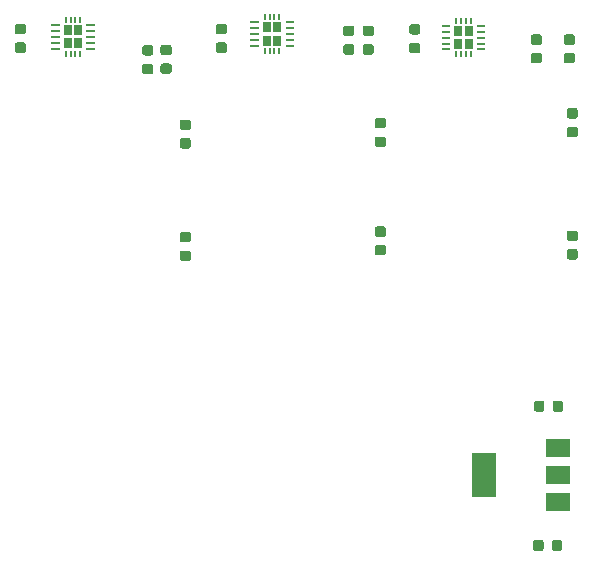
<source format=gbr>
G04 #@! TF.GenerationSoftware,KiCad,Pcbnew,(5.0.1)-3*
G04 #@! TF.CreationDate,2021-02-08T17:12:00-05:00*
G04 #@! TF.ProjectId,fpga_esc,667067615F6573632E6B696361645F70,rev?*
G04 #@! TF.SameCoordinates,Original*
G04 #@! TF.FileFunction,Paste,Top*
G04 #@! TF.FilePolarity,Positive*
%FSLAX46Y46*%
G04 Gerber Fmt 4.6, Leading zero omitted, Abs format (unit mm)*
G04 Created by KiCad (PCBNEW (5.0.1)-3) date 2021-02-08 5:12:00 PM*
%MOMM*%
%LPD*%
G01*
G04 APERTURE LIST*
%ADD10C,0.100000*%
%ADD11C,0.875000*%
%ADD12R,0.150000X0.600000*%
%ADD13O,0.800000X0.230000*%
%ADD14R,0.230000X0.230000*%
%ADD15R,0.650000X0.900000*%
%ADD16R,0.230000X0.600000*%
%ADD17R,2.000000X3.800000*%
%ADD18R,2.000000X1.500000*%
G04 APERTURE END LIST*
D10*
G04 #@! TO.C,C4*
G36*
X158519691Y-53310053D02*
X158540926Y-53313203D01*
X158561750Y-53318419D01*
X158581962Y-53325651D01*
X158601368Y-53334830D01*
X158619781Y-53345866D01*
X158637024Y-53358654D01*
X158652930Y-53373070D01*
X158667346Y-53388976D01*
X158680134Y-53406219D01*
X158691170Y-53424632D01*
X158700349Y-53444038D01*
X158707581Y-53464250D01*
X158712797Y-53485074D01*
X158715947Y-53506309D01*
X158717000Y-53527750D01*
X158717000Y-53965250D01*
X158715947Y-53986691D01*
X158712797Y-54007926D01*
X158707581Y-54028750D01*
X158700349Y-54048962D01*
X158691170Y-54068368D01*
X158680134Y-54086781D01*
X158667346Y-54104024D01*
X158652930Y-54119930D01*
X158637024Y-54134346D01*
X158619781Y-54147134D01*
X158601368Y-54158170D01*
X158581962Y-54167349D01*
X158561750Y-54174581D01*
X158540926Y-54179797D01*
X158519691Y-54182947D01*
X158498250Y-54184000D01*
X157985750Y-54184000D01*
X157964309Y-54182947D01*
X157943074Y-54179797D01*
X157922250Y-54174581D01*
X157902038Y-54167349D01*
X157882632Y-54158170D01*
X157864219Y-54147134D01*
X157846976Y-54134346D01*
X157831070Y-54119930D01*
X157816654Y-54104024D01*
X157803866Y-54086781D01*
X157792830Y-54068368D01*
X157783651Y-54048962D01*
X157776419Y-54028750D01*
X157771203Y-54007926D01*
X157768053Y-53986691D01*
X157767000Y-53965250D01*
X157767000Y-53527750D01*
X157768053Y-53506309D01*
X157771203Y-53485074D01*
X157776419Y-53464250D01*
X157783651Y-53444038D01*
X157792830Y-53424632D01*
X157803866Y-53406219D01*
X157816654Y-53388976D01*
X157831070Y-53373070D01*
X157846976Y-53358654D01*
X157864219Y-53345866D01*
X157882632Y-53334830D01*
X157902038Y-53325651D01*
X157922250Y-53318419D01*
X157943074Y-53313203D01*
X157964309Y-53310053D01*
X157985750Y-53309000D01*
X158498250Y-53309000D01*
X158519691Y-53310053D01*
X158519691Y-53310053D01*
G37*
D11*
X158242000Y-53746500D03*
D10*
G36*
X158519691Y-51735053D02*
X158540926Y-51738203D01*
X158561750Y-51743419D01*
X158581962Y-51750651D01*
X158601368Y-51759830D01*
X158619781Y-51770866D01*
X158637024Y-51783654D01*
X158652930Y-51798070D01*
X158667346Y-51813976D01*
X158680134Y-51831219D01*
X158691170Y-51849632D01*
X158700349Y-51869038D01*
X158707581Y-51889250D01*
X158712797Y-51910074D01*
X158715947Y-51931309D01*
X158717000Y-51952750D01*
X158717000Y-52390250D01*
X158715947Y-52411691D01*
X158712797Y-52432926D01*
X158707581Y-52453750D01*
X158700349Y-52473962D01*
X158691170Y-52493368D01*
X158680134Y-52511781D01*
X158667346Y-52529024D01*
X158652930Y-52544930D01*
X158637024Y-52559346D01*
X158619781Y-52572134D01*
X158601368Y-52583170D01*
X158581962Y-52592349D01*
X158561750Y-52599581D01*
X158540926Y-52604797D01*
X158519691Y-52607947D01*
X158498250Y-52609000D01*
X157985750Y-52609000D01*
X157964309Y-52607947D01*
X157943074Y-52604797D01*
X157922250Y-52599581D01*
X157902038Y-52592349D01*
X157882632Y-52583170D01*
X157864219Y-52572134D01*
X157846976Y-52559346D01*
X157831070Y-52544930D01*
X157816654Y-52529024D01*
X157803866Y-52511781D01*
X157792830Y-52493368D01*
X157783651Y-52473962D01*
X157776419Y-52453750D01*
X157771203Y-52432926D01*
X157768053Y-52411691D01*
X157767000Y-52390250D01*
X157767000Y-51952750D01*
X157768053Y-51931309D01*
X157771203Y-51910074D01*
X157776419Y-51889250D01*
X157783651Y-51869038D01*
X157792830Y-51849632D01*
X157803866Y-51831219D01*
X157816654Y-51813976D01*
X157831070Y-51798070D01*
X157846976Y-51783654D01*
X157864219Y-51770866D01*
X157882632Y-51759830D01*
X157902038Y-51750651D01*
X157922250Y-51743419D01*
X157943074Y-51738203D01*
X157964309Y-51735053D01*
X157985750Y-51734000D01*
X158498250Y-51734000D01*
X158519691Y-51735053D01*
X158519691Y-51735053D01*
G37*
D11*
X158242000Y-52171500D03*
G04 #@! TD*
D10*
G04 #@! TO.C,C7*
G36*
X145438691Y-50871553D02*
X145459926Y-50874703D01*
X145480750Y-50879919D01*
X145500962Y-50887151D01*
X145520368Y-50896330D01*
X145538781Y-50907366D01*
X145556024Y-50920154D01*
X145571930Y-50934570D01*
X145586346Y-50950476D01*
X145599134Y-50967719D01*
X145610170Y-50986132D01*
X145619349Y-51005538D01*
X145626581Y-51025750D01*
X145631797Y-51046574D01*
X145634947Y-51067809D01*
X145636000Y-51089250D01*
X145636000Y-51526750D01*
X145634947Y-51548191D01*
X145631797Y-51569426D01*
X145626581Y-51590250D01*
X145619349Y-51610462D01*
X145610170Y-51629868D01*
X145599134Y-51648281D01*
X145586346Y-51665524D01*
X145571930Y-51681430D01*
X145556024Y-51695846D01*
X145538781Y-51708634D01*
X145520368Y-51719670D01*
X145500962Y-51728849D01*
X145480750Y-51736081D01*
X145459926Y-51741297D01*
X145438691Y-51744447D01*
X145417250Y-51745500D01*
X144904750Y-51745500D01*
X144883309Y-51744447D01*
X144862074Y-51741297D01*
X144841250Y-51736081D01*
X144821038Y-51728849D01*
X144801632Y-51719670D01*
X144783219Y-51708634D01*
X144765976Y-51695846D01*
X144750070Y-51681430D01*
X144735654Y-51665524D01*
X144722866Y-51648281D01*
X144711830Y-51629868D01*
X144702651Y-51610462D01*
X144695419Y-51590250D01*
X144690203Y-51569426D01*
X144687053Y-51548191D01*
X144686000Y-51526750D01*
X144686000Y-51089250D01*
X144687053Y-51067809D01*
X144690203Y-51046574D01*
X144695419Y-51025750D01*
X144702651Y-51005538D01*
X144711830Y-50986132D01*
X144722866Y-50967719D01*
X144735654Y-50950476D01*
X144750070Y-50934570D01*
X144765976Y-50920154D01*
X144783219Y-50907366D01*
X144801632Y-50896330D01*
X144821038Y-50887151D01*
X144841250Y-50879919D01*
X144862074Y-50874703D01*
X144883309Y-50871553D01*
X144904750Y-50870500D01*
X145417250Y-50870500D01*
X145438691Y-50871553D01*
X145438691Y-50871553D01*
G37*
D11*
X145161000Y-51308000D03*
D10*
G36*
X145438691Y-52446553D02*
X145459926Y-52449703D01*
X145480750Y-52454919D01*
X145500962Y-52462151D01*
X145520368Y-52471330D01*
X145538781Y-52482366D01*
X145556024Y-52495154D01*
X145571930Y-52509570D01*
X145586346Y-52525476D01*
X145599134Y-52542719D01*
X145610170Y-52561132D01*
X145619349Y-52580538D01*
X145626581Y-52600750D01*
X145631797Y-52621574D01*
X145634947Y-52642809D01*
X145636000Y-52664250D01*
X145636000Y-53101750D01*
X145634947Y-53123191D01*
X145631797Y-53144426D01*
X145626581Y-53165250D01*
X145619349Y-53185462D01*
X145610170Y-53204868D01*
X145599134Y-53223281D01*
X145586346Y-53240524D01*
X145571930Y-53256430D01*
X145556024Y-53270846D01*
X145538781Y-53283634D01*
X145520368Y-53294670D01*
X145500962Y-53303849D01*
X145480750Y-53311081D01*
X145459926Y-53316297D01*
X145438691Y-53319447D01*
X145417250Y-53320500D01*
X144904750Y-53320500D01*
X144883309Y-53319447D01*
X144862074Y-53316297D01*
X144841250Y-53311081D01*
X144821038Y-53303849D01*
X144801632Y-53294670D01*
X144783219Y-53283634D01*
X144765976Y-53270846D01*
X144750070Y-53256430D01*
X144735654Y-53240524D01*
X144722866Y-53223281D01*
X144711830Y-53204868D01*
X144702651Y-53185462D01*
X144695419Y-53165250D01*
X144690203Y-53144426D01*
X144687053Y-53123191D01*
X144686000Y-53101750D01*
X144686000Y-52664250D01*
X144687053Y-52642809D01*
X144690203Y-52621574D01*
X144695419Y-52600750D01*
X144702651Y-52580538D01*
X144711830Y-52561132D01*
X144722866Y-52542719D01*
X144735654Y-52525476D01*
X144750070Y-52509570D01*
X144765976Y-52495154D01*
X144783219Y-52482366D01*
X144801632Y-52471330D01*
X144821038Y-52462151D01*
X144841250Y-52454919D01*
X144862074Y-52449703D01*
X144883309Y-52446553D01*
X144904750Y-52445500D01*
X145417250Y-52445500D01*
X145438691Y-52446553D01*
X145438691Y-52446553D01*
G37*
D11*
X145161000Y-52883000D03*
G04 #@! TD*
D10*
G04 #@! TO.C,C2*
G36*
X139850691Y-50998553D02*
X139871926Y-51001703D01*
X139892750Y-51006919D01*
X139912962Y-51014151D01*
X139932368Y-51023330D01*
X139950781Y-51034366D01*
X139968024Y-51047154D01*
X139983930Y-51061570D01*
X139998346Y-51077476D01*
X140011134Y-51094719D01*
X140022170Y-51113132D01*
X140031349Y-51132538D01*
X140038581Y-51152750D01*
X140043797Y-51173574D01*
X140046947Y-51194809D01*
X140048000Y-51216250D01*
X140048000Y-51653750D01*
X140046947Y-51675191D01*
X140043797Y-51696426D01*
X140038581Y-51717250D01*
X140031349Y-51737462D01*
X140022170Y-51756868D01*
X140011134Y-51775281D01*
X139998346Y-51792524D01*
X139983930Y-51808430D01*
X139968024Y-51822846D01*
X139950781Y-51835634D01*
X139932368Y-51846670D01*
X139912962Y-51855849D01*
X139892750Y-51863081D01*
X139871926Y-51868297D01*
X139850691Y-51871447D01*
X139829250Y-51872500D01*
X139316750Y-51872500D01*
X139295309Y-51871447D01*
X139274074Y-51868297D01*
X139253250Y-51863081D01*
X139233038Y-51855849D01*
X139213632Y-51846670D01*
X139195219Y-51835634D01*
X139177976Y-51822846D01*
X139162070Y-51808430D01*
X139147654Y-51792524D01*
X139134866Y-51775281D01*
X139123830Y-51756868D01*
X139114651Y-51737462D01*
X139107419Y-51717250D01*
X139102203Y-51696426D01*
X139099053Y-51675191D01*
X139098000Y-51653750D01*
X139098000Y-51216250D01*
X139099053Y-51194809D01*
X139102203Y-51173574D01*
X139107419Y-51152750D01*
X139114651Y-51132538D01*
X139123830Y-51113132D01*
X139134866Y-51094719D01*
X139147654Y-51077476D01*
X139162070Y-51061570D01*
X139177976Y-51047154D01*
X139195219Y-51034366D01*
X139213632Y-51023330D01*
X139233038Y-51014151D01*
X139253250Y-51006919D01*
X139274074Y-51001703D01*
X139295309Y-50998553D01*
X139316750Y-50997500D01*
X139829250Y-50997500D01*
X139850691Y-50998553D01*
X139850691Y-50998553D01*
G37*
D11*
X139573000Y-51435000D03*
D10*
G36*
X139850691Y-52573553D02*
X139871926Y-52576703D01*
X139892750Y-52581919D01*
X139912962Y-52589151D01*
X139932368Y-52598330D01*
X139950781Y-52609366D01*
X139968024Y-52622154D01*
X139983930Y-52636570D01*
X139998346Y-52652476D01*
X140011134Y-52669719D01*
X140022170Y-52688132D01*
X140031349Y-52707538D01*
X140038581Y-52727750D01*
X140043797Y-52748574D01*
X140046947Y-52769809D01*
X140048000Y-52791250D01*
X140048000Y-53228750D01*
X140046947Y-53250191D01*
X140043797Y-53271426D01*
X140038581Y-53292250D01*
X140031349Y-53312462D01*
X140022170Y-53331868D01*
X140011134Y-53350281D01*
X139998346Y-53367524D01*
X139983930Y-53383430D01*
X139968024Y-53397846D01*
X139950781Y-53410634D01*
X139932368Y-53421670D01*
X139912962Y-53430849D01*
X139892750Y-53438081D01*
X139871926Y-53443297D01*
X139850691Y-53446447D01*
X139829250Y-53447500D01*
X139316750Y-53447500D01*
X139295309Y-53446447D01*
X139274074Y-53443297D01*
X139253250Y-53438081D01*
X139233038Y-53430849D01*
X139213632Y-53421670D01*
X139195219Y-53410634D01*
X139177976Y-53397846D01*
X139162070Y-53383430D01*
X139147654Y-53367524D01*
X139134866Y-53350281D01*
X139123830Y-53331868D01*
X139114651Y-53312462D01*
X139107419Y-53292250D01*
X139102203Y-53271426D01*
X139099053Y-53250191D01*
X139098000Y-53228750D01*
X139098000Y-52791250D01*
X139099053Y-52769809D01*
X139102203Y-52748574D01*
X139107419Y-52727750D01*
X139114651Y-52707538D01*
X139123830Y-52688132D01*
X139134866Y-52669719D01*
X139147654Y-52652476D01*
X139162070Y-52636570D01*
X139177976Y-52622154D01*
X139195219Y-52609366D01*
X139213632Y-52598330D01*
X139233038Y-52589151D01*
X139253250Y-52581919D01*
X139274074Y-52576703D01*
X139295309Y-52573553D01*
X139316750Y-52572500D01*
X139829250Y-52572500D01*
X139850691Y-52573553D01*
X139850691Y-52573553D01*
G37*
D11*
X139573000Y-53010000D03*
G04 #@! TD*
D10*
G04 #@! TO.C,C1*
G36*
X155725691Y-51735053D02*
X155746926Y-51738203D01*
X155767750Y-51743419D01*
X155787962Y-51750651D01*
X155807368Y-51759830D01*
X155825781Y-51770866D01*
X155843024Y-51783654D01*
X155858930Y-51798070D01*
X155873346Y-51813976D01*
X155886134Y-51831219D01*
X155897170Y-51849632D01*
X155906349Y-51869038D01*
X155913581Y-51889250D01*
X155918797Y-51910074D01*
X155921947Y-51931309D01*
X155923000Y-51952750D01*
X155923000Y-52390250D01*
X155921947Y-52411691D01*
X155918797Y-52432926D01*
X155913581Y-52453750D01*
X155906349Y-52473962D01*
X155897170Y-52493368D01*
X155886134Y-52511781D01*
X155873346Y-52529024D01*
X155858930Y-52544930D01*
X155843024Y-52559346D01*
X155825781Y-52572134D01*
X155807368Y-52583170D01*
X155787962Y-52592349D01*
X155767750Y-52599581D01*
X155746926Y-52604797D01*
X155725691Y-52607947D01*
X155704250Y-52609000D01*
X155191750Y-52609000D01*
X155170309Y-52607947D01*
X155149074Y-52604797D01*
X155128250Y-52599581D01*
X155108038Y-52592349D01*
X155088632Y-52583170D01*
X155070219Y-52572134D01*
X155052976Y-52559346D01*
X155037070Y-52544930D01*
X155022654Y-52529024D01*
X155009866Y-52511781D01*
X154998830Y-52493368D01*
X154989651Y-52473962D01*
X154982419Y-52453750D01*
X154977203Y-52432926D01*
X154974053Y-52411691D01*
X154973000Y-52390250D01*
X154973000Y-51952750D01*
X154974053Y-51931309D01*
X154977203Y-51910074D01*
X154982419Y-51889250D01*
X154989651Y-51869038D01*
X154998830Y-51849632D01*
X155009866Y-51831219D01*
X155022654Y-51813976D01*
X155037070Y-51798070D01*
X155052976Y-51783654D01*
X155070219Y-51770866D01*
X155088632Y-51759830D01*
X155108038Y-51750651D01*
X155128250Y-51743419D01*
X155149074Y-51738203D01*
X155170309Y-51735053D01*
X155191750Y-51734000D01*
X155704250Y-51734000D01*
X155725691Y-51735053D01*
X155725691Y-51735053D01*
G37*
D11*
X155448000Y-52171500D03*
D10*
G36*
X155725691Y-53310053D02*
X155746926Y-53313203D01*
X155767750Y-53318419D01*
X155787962Y-53325651D01*
X155807368Y-53334830D01*
X155825781Y-53345866D01*
X155843024Y-53358654D01*
X155858930Y-53373070D01*
X155873346Y-53388976D01*
X155886134Y-53406219D01*
X155897170Y-53424632D01*
X155906349Y-53444038D01*
X155913581Y-53464250D01*
X155918797Y-53485074D01*
X155921947Y-53506309D01*
X155923000Y-53527750D01*
X155923000Y-53965250D01*
X155921947Y-53986691D01*
X155918797Y-54007926D01*
X155913581Y-54028750D01*
X155906349Y-54048962D01*
X155897170Y-54068368D01*
X155886134Y-54086781D01*
X155873346Y-54104024D01*
X155858930Y-54119930D01*
X155843024Y-54134346D01*
X155825781Y-54147134D01*
X155807368Y-54158170D01*
X155787962Y-54167349D01*
X155767750Y-54174581D01*
X155746926Y-54179797D01*
X155725691Y-54182947D01*
X155704250Y-54184000D01*
X155191750Y-54184000D01*
X155170309Y-54182947D01*
X155149074Y-54179797D01*
X155128250Y-54174581D01*
X155108038Y-54167349D01*
X155088632Y-54158170D01*
X155070219Y-54147134D01*
X155052976Y-54134346D01*
X155037070Y-54119930D01*
X155022654Y-54104024D01*
X155009866Y-54086781D01*
X154998830Y-54068368D01*
X154989651Y-54048962D01*
X154982419Y-54028750D01*
X154977203Y-54007926D01*
X154974053Y-53986691D01*
X154973000Y-53965250D01*
X154973000Y-53527750D01*
X154974053Y-53506309D01*
X154977203Y-53485074D01*
X154982419Y-53464250D01*
X154989651Y-53444038D01*
X154998830Y-53424632D01*
X155009866Y-53406219D01*
X155022654Y-53388976D01*
X155037070Y-53373070D01*
X155052976Y-53358654D01*
X155070219Y-53345866D01*
X155088632Y-53334830D01*
X155108038Y-53325651D01*
X155128250Y-53318419D01*
X155149074Y-53313203D01*
X155170309Y-53310053D01*
X155191750Y-53309000D01*
X155704250Y-53309000D01*
X155725691Y-53310053D01*
X155725691Y-53310053D01*
G37*
D11*
X155448000Y-53746500D03*
G04 #@! TD*
D10*
G04 #@! TO.C,C3*
G36*
X122832691Y-52649553D02*
X122853926Y-52652703D01*
X122874750Y-52657919D01*
X122894962Y-52665151D01*
X122914368Y-52674330D01*
X122932781Y-52685366D01*
X122950024Y-52698154D01*
X122965930Y-52712570D01*
X122980346Y-52728476D01*
X122993134Y-52745719D01*
X123004170Y-52764132D01*
X123013349Y-52783538D01*
X123020581Y-52803750D01*
X123025797Y-52824574D01*
X123028947Y-52845809D01*
X123030000Y-52867250D01*
X123030000Y-53304750D01*
X123028947Y-53326191D01*
X123025797Y-53347426D01*
X123020581Y-53368250D01*
X123013349Y-53388462D01*
X123004170Y-53407868D01*
X122993134Y-53426281D01*
X122980346Y-53443524D01*
X122965930Y-53459430D01*
X122950024Y-53473846D01*
X122932781Y-53486634D01*
X122914368Y-53497670D01*
X122894962Y-53506849D01*
X122874750Y-53514081D01*
X122853926Y-53519297D01*
X122832691Y-53522447D01*
X122811250Y-53523500D01*
X122298750Y-53523500D01*
X122277309Y-53522447D01*
X122256074Y-53519297D01*
X122235250Y-53514081D01*
X122215038Y-53506849D01*
X122195632Y-53497670D01*
X122177219Y-53486634D01*
X122159976Y-53473846D01*
X122144070Y-53459430D01*
X122129654Y-53443524D01*
X122116866Y-53426281D01*
X122105830Y-53407868D01*
X122096651Y-53388462D01*
X122089419Y-53368250D01*
X122084203Y-53347426D01*
X122081053Y-53326191D01*
X122080000Y-53304750D01*
X122080000Y-52867250D01*
X122081053Y-52845809D01*
X122084203Y-52824574D01*
X122089419Y-52803750D01*
X122096651Y-52783538D01*
X122105830Y-52764132D01*
X122116866Y-52745719D01*
X122129654Y-52728476D01*
X122144070Y-52712570D01*
X122159976Y-52698154D01*
X122177219Y-52685366D01*
X122195632Y-52674330D01*
X122215038Y-52665151D01*
X122235250Y-52657919D01*
X122256074Y-52652703D01*
X122277309Y-52649553D01*
X122298750Y-52648500D01*
X122811250Y-52648500D01*
X122832691Y-52649553D01*
X122832691Y-52649553D01*
G37*
D11*
X122555000Y-53086000D03*
D10*
G36*
X122832691Y-54224553D02*
X122853926Y-54227703D01*
X122874750Y-54232919D01*
X122894962Y-54240151D01*
X122914368Y-54249330D01*
X122932781Y-54260366D01*
X122950024Y-54273154D01*
X122965930Y-54287570D01*
X122980346Y-54303476D01*
X122993134Y-54320719D01*
X123004170Y-54339132D01*
X123013349Y-54358538D01*
X123020581Y-54378750D01*
X123025797Y-54399574D01*
X123028947Y-54420809D01*
X123030000Y-54442250D01*
X123030000Y-54879750D01*
X123028947Y-54901191D01*
X123025797Y-54922426D01*
X123020581Y-54943250D01*
X123013349Y-54963462D01*
X123004170Y-54982868D01*
X122993134Y-55001281D01*
X122980346Y-55018524D01*
X122965930Y-55034430D01*
X122950024Y-55048846D01*
X122932781Y-55061634D01*
X122914368Y-55072670D01*
X122894962Y-55081849D01*
X122874750Y-55089081D01*
X122853926Y-55094297D01*
X122832691Y-55097447D01*
X122811250Y-55098500D01*
X122298750Y-55098500D01*
X122277309Y-55097447D01*
X122256074Y-55094297D01*
X122235250Y-55089081D01*
X122215038Y-55081849D01*
X122195632Y-55072670D01*
X122177219Y-55061634D01*
X122159976Y-55048846D01*
X122144070Y-55034430D01*
X122129654Y-55018524D01*
X122116866Y-55001281D01*
X122105830Y-54982868D01*
X122096651Y-54963462D01*
X122089419Y-54943250D01*
X122084203Y-54922426D01*
X122081053Y-54901191D01*
X122080000Y-54879750D01*
X122080000Y-54442250D01*
X122081053Y-54420809D01*
X122084203Y-54399574D01*
X122089419Y-54378750D01*
X122096651Y-54358538D01*
X122105830Y-54339132D01*
X122116866Y-54320719D01*
X122129654Y-54303476D01*
X122144070Y-54287570D01*
X122159976Y-54273154D01*
X122177219Y-54260366D01*
X122195632Y-54249330D01*
X122215038Y-54240151D01*
X122235250Y-54232919D01*
X122256074Y-54227703D01*
X122277309Y-54224553D01*
X122298750Y-54223500D01*
X122811250Y-54223500D01*
X122832691Y-54224553D01*
X122832691Y-54224553D01*
G37*
D11*
X122555000Y-54661000D03*
G04 #@! TD*
D10*
G04 #@! TO.C,C5*
G36*
X141501691Y-50998553D02*
X141522926Y-51001703D01*
X141543750Y-51006919D01*
X141563962Y-51014151D01*
X141583368Y-51023330D01*
X141601781Y-51034366D01*
X141619024Y-51047154D01*
X141634930Y-51061570D01*
X141649346Y-51077476D01*
X141662134Y-51094719D01*
X141673170Y-51113132D01*
X141682349Y-51132538D01*
X141689581Y-51152750D01*
X141694797Y-51173574D01*
X141697947Y-51194809D01*
X141699000Y-51216250D01*
X141699000Y-51653750D01*
X141697947Y-51675191D01*
X141694797Y-51696426D01*
X141689581Y-51717250D01*
X141682349Y-51737462D01*
X141673170Y-51756868D01*
X141662134Y-51775281D01*
X141649346Y-51792524D01*
X141634930Y-51808430D01*
X141619024Y-51822846D01*
X141601781Y-51835634D01*
X141583368Y-51846670D01*
X141563962Y-51855849D01*
X141543750Y-51863081D01*
X141522926Y-51868297D01*
X141501691Y-51871447D01*
X141480250Y-51872500D01*
X140967750Y-51872500D01*
X140946309Y-51871447D01*
X140925074Y-51868297D01*
X140904250Y-51863081D01*
X140884038Y-51855849D01*
X140864632Y-51846670D01*
X140846219Y-51835634D01*
X140828976Y-51822846D01*
X140813070Y-51808430D01*
X140798654Y-51792524D01*
X140785866Y-51775281D01*
X140774830Y-51756868D01*
X140765651Y-51737462D01*
X140758419Y-51717250D01*
X140753203Y-51696426D01*
X140750053Y-51675191D01*
X140749000Y-51653750D01*
X140749000Y-51216250D01*
X140750053Y-51194809D01*
X140753203Y-51173574D01*
X140758419Y-51152750D01*
X140765651Y-51132538D01*
X140774830Y-51113132D01*
X140785866Y-51094719D01*
X140798654Y-51077476D01*
X140813070Y-51061570D01*
X140828976Y-51047154D01*
X140846219Y-51034366D01*
X140864632Y-51023330D01*
X140884038Y-51014151D01*
X140904250Y-51006919D01*
X140925074Y-51001703D01*
X140946309Y-50998553D01*
X140967750Y-50997500D01*
X141480250Y-50997500D01*
X141501691Y-50998553D01*
X141501691Y-50998553D01*
G37*
D11*
X141224000Y-51435000D03*
D10*
G36*
X141501691Y-52573553D02*
X141522926Y-52576703D01*
X141543750Y-52581919D01*
X141563962Y-52589151D01*
X141583368Y-52598330D01*
X141601781Y-52609366D01*
X141619024Y-52622154D01*
X141634930Y-52636570D01*
X141649346Y-52652476D01*
X141662134Y-52669719D01*
X141673170Y-52688132D01*
X141682349Y-52707538D01*
X141689581Y-52727750D01*
X141694797Y-52748574D01*
X141697947Y-52769809D01*
X141699000Y-52791250D01*
X141699000Y-53228750D01*
X141697947Y-53250191D01*
X141694797Y-53271426D01*
X141689581Y-53292250D01*
X141682349Y-53312462D01*
X141673170Y-53331868D01*
X141662134Y-53350281D01*
X141649346Y-53367524D01*
X141634930Y-53383430D01*
X141619024Y-53397846D01*
X141601781Y-53410634D01*
X141583368Y-53421670D01*
X141563962Y-53430849D01*
X141543750Y-53438081D01*
X141522926Y-53443297D01*
X141501691Y-53446447D01*
X141480250Y-53447500D01*
X140967750Y-53447500D01*
X140946309Y-53446447D01*
X140925074Y-53443297D01*
X140904250Y-53438081D01*
X140884038Y-53430849D01*
X140864632Y-53421670D01*
X140846219Y-53410634D01*
X140828976Y-53397846D01*
X140813070Y-53383430D01*
X140798654Y-53367524D01*
X140785866Y-53350281D01*
X140774830Y-53331868D01*
X140765651Y-53312462D01*
X140758419Y-53292250D01*
X140753203Y-53271426D01*
X140750053Y-53250191D01*
X140749000Y-53228750D01*
X140749000Y-52791250D01*
X140750053Y-52769809D01*
X140753203Y-52748574D01*
X140758419Y-52727750D01*
X140765651Y-52707538D01*
X140774830Y-52688132D01*
X140785866Y-52669719D01*
X140798654Y-52652476D01*
X140813070Y-52636570D01*
X140828976Y-52622154D01*
X140846219Y-52609366D01*
X140864632Y-52598330D01*
X140884038Y-52589151D01*
X140904250Y-52581919D01*
X140925074Y-52576703D01*
X140946309Y-52573553D01*
X140967750Y-52572500D01*
X141480250Y-52572500D01*
X141501691Y-52573553D01*
X141501691Y-52573553D01*
G37*
D11*
X141224000Y-53010000D03*
G04 #@! TD*
D10*
G04 #@! TO.C,C6*
G36*
X124377955Y-52621741D02*
X124399190Y-52624891D01*
X124420014Y-52630107D01*
X124440226Y-52637339D01*
X124459632Y-52646518D01*
X124478045Y-52657554D01*
X124495288Y-52670342D01*
X124511194Y-52684758D01*
X124525610Y-52700664D01*
X124538398Y-52717907D01*
X124549434Y-52736320D01*
X124558613Y-52755726D01*
X124565845Y-52775938D01*
X124571061Y-52796762D01*
X124574211Y-52817997D01*
X124575264Y-52839438D01*
X124575264Y-53276938D01*
X124574211Y-53298379D01*
X124571061Y-53319614D01*
X124565845Y-53340438D01*
X124558613Y-53360650D01*
X124549434Y-53380056D01*
X124538398Y-53398469D01*
X124525610Y-53415712D01*
X124511194Y-53431618D01*
X124495288Y-53446034D01*
X124478045Y-53458822D01*
X124459632Y-53469858D01*
X124440226Y-53479037D01*
X124420014Y-53486269D01*
X124399190Y-53491485D01*
X124377955Y-53494635D01*
X124356514Y-53495688D01*
X123844014Y-53495688D01*
X123822573Y-53494635D01*
X123801338Y-53491485D01*
X123780514Y-53486269D01*
X123760302Y-53479037D01*
X123740896Y-53469858D01*
X123722483Y-53458822D01*
X123705240Y-53446034D01*
X123689334Y-53431618D01*
X123674918Y-53415712D01*
X123662130Y-53398469D01*
X123651094Y-53380056D01*
X123641915Y-53360650D01*
X123634683Y-53340438D01*
X123629467Y-53319614D01*
X123626317Y-53298379D01*
X123625264Y-53276938D01*
X123625264Y-52839438D01*
X123626317Y-52817997D01*
X123629467Y-52796762D01*
X123634683Y-52775938D01*
X123641915Y-52755726D01*
X123651094Y-52736320D01*
X123662130Y-52717907D01*
X123674918Y-52700664D01*
X123689334Y-52684758D01*
X123705240Y-52670342D01*
X123722483Y-52657554D01*
X123740896Y-52646518D01*
X123760302Y-52637339D01*
X123780514Y-52630107D01*
X123801338Y-52624891D01*
X123822573Y-52621741D01*
X123844014Y-52620688D01*
X124356514Y-52620688D01*
X124377955Y-52621741D01*
X124377955Y-52621741D01*
G37*
D11*
X124100264Y-53058188D03*
D10*
G36*
X124377955Y-54196741D02*
X124399190Y-54199891D01*
X124420014Y-54205107D01*
X124440226Y-54212339D01*
X124459632Y-54221518D01*
X124478045Y-54232554D01*
X124495288Y-54245342D01*
X124511194Y-54259758D01*
X124525610Y-54275664D01*
X124538398Y-54292907D01*
X124549434Y-54311320D01*
X124558613Y-54330726D01*
X124565845Y-54350938D01*
X124571061Y-54371762D01*
X124574211Y-54392997D01*
X124575264Y-54414438D01*
X124575264Y-54851938D01*
X124574211Y-54873379D01*
X124571061Y-54894614D01*
X124565845Y-54915438D01*
X124558613Y-54935650D01*
X124549434Y-54955056D01*
X124538398Y-54973469D01*
X124525610Y-54990712D01*
X124511194Y-55006618D01*
X124495288Y-55021034D01*
X124478045Y-55033822D01*
X124459632Y-55044858D01*
X124440226Y-55054037D01*
X124420014Y-55061269D01*
X124399190Y-55066485D01*
X124377955Y-55069635D01*
X124356514Y-55070688D01*
X123844014Y-55070688D01*
X123822573Y-55069635D01*
X123801338Y-55066485D01*
X123780514Y-55061269D01*
X123760302Y-55054037D01*
X123740896Y-55044858D01*
X123722483Y-55033822D01*
X123705240Y-55021034D01*
X123689334Y-55006618D01*
X123674918Y-54990712D01*
X123662130Y-54973469D01*
X123651094Y-54955056D01*
X123641915Y-54935650D01*
X123634683Y-54915438D01*
X123629467Y-54894614D01*
X123626317Y-54873379D01*
X123625264Y-54851938D01*
X123625264Y-54414438D01*
X123626317Y-54392997D01*
X123629467Y-54371762D01*
X123634683Y-54350938D01*
X123641915Y-54330726D01*
X123651094Y-54311320D01*
X123662130Y-54292907D01*
X123674918Y-54275664D01*
X123689334Y-54259758D01*
X123705240Y-54245342D01*
X123722483Y-54232554D01*
X123740896Y-54221518D01*
X123760302Y-54212339D01*
X123780514Y-54205107D01*
X123801338Y-54199891D01*
X123822573Y-54196741D01*
X123844014Y-54195688D01*
X124356514Y-54195688D01*
X124377955Y-54196741D01*
X124377955Y-54196741D01*
G37*
D11*
X124100264Y-54633188D03*
G04 #@! TD*
D10*
G04 #@! TO.C,C8*
G36*
X129055691Y-52421053D02*
X129076926Y-52424203D01*
X129097750Y-52429419D01*
X129117962Y-52436651D01*
X129137368Y-52445830D01*
X129155781Y-52456866D01*
X129173024Y-52469654D01*
X129188930Y-52484070D01*
X129203346Y-52499976D01*
X129216134Y-52517219D01*
X129227170Y-52535632D01*
X129236349Y-52555038D01*
X129243581Y-52575250D01*
X129248797Y-52596074D01*
X129251947Y-52617309D01*
X129253000Y-52638750D01*
X129253000Y-53076250D01*
X129251947Y-53097691D01*
X129248797Y-53118926D01*
X129243581Y-53139750D01*
X129236349Y-53159962D01*
X129227170Y-53179368D01*
X129216134Y-53197781D01*
X129203346Y-53215024D01*
X129188930Y-53230930D01*
X129173024Y-53245346D01*
X129155781Y-53258134D01*
X129137368Y-53269170D01*
X129117962Y-53278349D01*
X129097750Y-53285581D01*
X129076926Y-53290797D01*
X129055691Y-53293947D01*
X129034250Y-53295000D01*
X128521750Y-53295000D01*
X128500309Y-53293947D01*
X128479074Y-53290797D01*
X128458250Y-53285581D01*
X128438038Y-53278349D01*
X128418632Y-53269170D01*
X128400219Y-53258134D01*
X128382976Y-53245346D01*
X128367070Y-53230930D01*
X128352654Y-53215024D01*
X128339866Y-53197781D01*
X128328830Y-53179368D01*
X128319651Y-53159962D01*
X128312419Y-53139750D01*
X128307203Y-53118926D01*
X128304053Y-53097691D01*
X128303000Y-53076250D01*
X128303000Y-52638750D01*
X128304053Y-52617309D01*
X128307203Y-52596074D01*
X128312419Y-52575250D01*
X128319651Y-52555038D01*
X128328830Y-52535632D01*
X128339866Y-52517219D01*
X128352654Y-52499976D01*
X128367070Y-52484070D01*
X128382976Y-52469654D01*
X128400219Y-52456866D01*
X128418632Y-52445830D01*
X128438038Y-52436651D01*
X128458250Y-52429419D01*
X128479074Y-52424203D01*
X128500309Y-52421053D01*
X128521750Y-52420000D01*
X129034250Y-52420000D01*
X129055691Y-52421053D01*
X129055691Y-52421053D01*
G37*
D11*
X128778000Y-52857500D03*
D10*
G36*
X129055691Y-50846053D02*
X129076926Y-50849203D01*
X129097750Y-50854419D01*
X129117962Y-50861651D01*
X129137368Y-50870830D01*
X129155781Y-50881866D01*
X129173024Y-50894654D01*
X129188930Y-50909070D01*
X129203346Y-50924976D01*
X129216134Y-50942219D01*
X129227170Y-50960632D01*
X129236349Y-50980038D01*
X129243581Y-51000250D01*
X129248797Y-51021074D01*
X129251947Y-51042309D01*
X129253000Y-51063750D01*
X129253000Y-51501250D01*
X129251947Y-51522691D01*
X129248797Y-51543926D01*
X129243581Y-51564750D01*
X129236349Y-51584962D01*
X129227170Y-51604368D01*
X129216134Y-51622781D01*
X129203346Y-51640024D01*
X129188930Y-51655930D01*
X129173024Y-51670346D01*
X129155781Y-51683134D01*
X129137368Y-51694170D01*
X129117962Y-51703349D01*
X129097750Y-51710581D01*
X129076926Y-51715797D01*
X129055691Y-51718947D01*
X129034250Y-51720000D01*
X128521750Y-51720000D01*
X128500309Y-51718947D01*
X128479074Y-51715797D01*
X128458250Y-51710581D01*
X128438038Y-51703349D01*
X128418632Y-51694170D01*
X128400219Y-51683134D01*
X128382976Y-51670346D01*
X128367070Y-51655930D01*
X128352654Y-51640024D01*
X128339866Y-51622781D01*
X128328830Y-51604368D01*
X128319651Y-51584962D01*
X128312419Y-51564750D01*
X128307203Y-51543926D01*
X128304053Y-51522691D01*
X128303000Y-51501250D01*
X128303000Y-51063750D01*
X128304053Y-51042309D01*
X128307203Y-51021074D01*
X128312419Y-51000250D01*
X128319651Y-50980038D01*
X128328830Y-50960632D01*
X128339866Y-50942219D01*
X128352654Y-50924976D01*
X128367070Y-50909070D01*
X128382976Y-50894654D01*
X128400219Y-50881866D01*
X128418632Y-50870830D01*
X128438038Y-50861651D01*
X128458250Y-50854419D01*
X128479074Y-50849203D01*
X128500309Y-50846053D01*
X128521750Y-50845000D01*
X129034250Y-50845000D01*
X129055691Y-50846053D01*
X129055691Y-50846053D01*
G37*
D11*
X128778000Y-51282500D03*
G04 #@! TD*
D10*
G04 #@! TO.C,C9*
G36*
X112037691Y-50846053D02*
X112058926Y-50849203D01*
X112079750Y-50854419D01*
X112099962Y-50861651D01*
X112119368Y-50870830D01*
X112137781Y-50881866D01*
X112155024Y-50894654D01*
X112170930Y-50909070D01*
X112185346Y-50924976D01*
X112198134Y-50942219D01*
X112209170Y-50960632D01*
X112218349Y-50980038D01*
X112225581Y-51000250D01*
X112230797Y-51021074D01*
X112233947Y-51042309D01*
X112235000Y-51063750D01*
X112235000Y-51501250D01*
X112233947Y-51522691D01*
X112230797Y-51543926D01*
X112225581Y-51564750D01*
X112218349Y-51584962D01*
X112209170Y-51604368D01*
X112198134Y-51622781D01*
X112185346Y-51640024D01*
X112170930Y-51655930D01*
X112155024Y-51670346D01*
X112137781Y-51683134D01*
X112119368Y-51694170D01*
X112099962Y-51703349D01*
X112079750Y-51710581D01*
X112058926Y-51715797D01*
X112037691Y-51718947D01*
X112016250Y-51720000D01*
X111503750Y-51720000D01*
X111482309Y-51718947D01*
X111461074Y-51715797D01*
X111440250Y-51710581D01*
X111420038Y-51703349D01*
X111400632Y-51694170D01*
X111382219Y-51683134D01*
X111364976Y-51670346D01*
X111349070Y-51655930D01*
X111334654Y-51640024D01*
X111321866Y-51622781D01*
X111310830Y-51604368D01*
X111301651Y-51584962D01*
X111294419Y-51564750D01*
X111289203Y-51543926D01*
X111286053Y-51522691D01*
X111285000Y-51501250D01*
X111285000Y-51063750D01*
X111286053Y-51042309D01*
X111289203Y-51021074D01*
X111294419Y-51000250D01*
X111301651Y-50980038D01*
X111310830Y-50960632D01*
X111321866Y-50942219D01*
X111334654Y-50924976D01*
X111349070Y-50909070D01*
X111364976Y-50894654D01*
X111382219Y-50881866D01*
X111400632Y-50870830D01*
X111420038Y-50861651D01*
X111440250Y-50854419D01*
X111461074Y-50849203D01*
X111482309Y-50846053D01*
X111503750Y-50845000D01*
X112016250Y-50845000D01*
X112037691Y-50846053D01*
X112037691Y-50846053D01*
G37*
D11*
X111760000Y-51282500D03*
D10*
G36*
X112037691Y-52421053D02*
X112058926Y-52424203D01*
X112079750Y-52429419D01*
X112099962Y-52436651D01*
X112119368Y-52445830D01*
X112137781Y-52456866D01*
X112155024Y-52469654D01*
X112170930Y-52484070D01*
X112185346Y-52499976D01*
X112198134Y-52517219D01*
X112209170Y-52535632D01*
X112218349Y-52555038D01*
X112225581Y-52575250D01*
X112230797Y-52596074D01*
X112233947Y-52617309D01*
X112235000Y-52638750D01*
X112235000Y-53076250D01*
X112233947Y-53097691D01*
X112230797Y-53118926D01*
X112225581Y-53139750D01*
X112218349Y-53159962D01*
X112209170Y-53179368D01*
X112198134Y-53197781D01*
X112185346Y-53215024D01*
X112170930Y-53230930D01*
X112155024Y-53245346D01*
X112137781Y-53258134D01*
X112119368Y-53269170D01*
X112099962Y-53278349D01*
X112079750Y-53285581D01*
X112058926Y-53290797D01*
X112037691Y-53293947D01*
X112016250Y-53295000D01*
X111503750Y-53295000D01*
X111482309Y-53293947D01*
X111461074Y-53290797D01*
X111440250Y-53285581D01*
X111420038Y-53278349D01*
X111400632Y-53269170D01*
X111382219Y-53258134D01*
X111364976Y-53245346D01*
X111349070Y-53230930D01*
X111334654Y-53215024D01*
X111321866Y-53197781D01*
X111310830Y-53179368D01*
X111301651Y-53159962D01*
X111294419Y-53139750D01*
X111289203Y-53118926D01*
X111286053Y-53097691D01*
X111285000Y-53076250D01*
X111285000Y-52638750D01*
X111286053Y-52617309D01*
X111289203Y-52596074D01*
X111294419Y-52575250D01*
X111301651Y-52555038D01*
X111310830Y-52535632D01*
X111321866Y-52517219D01*
X111334654Y-52499976D01*
X111349070Y-52484070D01*
X111364976Y-52469654D01*
X111382219Y-52456866D01*
X111400632Y-52445830D01*
X111420038Y-52436651D01*
X111440250Y-52429419D01*
X111461074Y-52424203D01*
X111482309Y-52421053D01*
X111503750Y-52420000D01*
X112016250Y-52420000D01*
X112037691Y-52421053D01*
X112037691Y-52421053D01*
G37*
D11*
X111760000Y-52857500D03*
G04 #@! TD*
D12*
G04 #@! TO.C,U1*
X148676000Y-53434000D03*
X149876000Y-53434000D03*
X148676000Y-50584000D03*
X149876000Y-50584000D03*
D13*
X147801000Y-51009000D03*
X147801000Y-51509000D03*
D14*
X147516000Y-52009000D03*
D13*
X147801000Y-52509000D03*
D14*
X147516000Y-53009000D03*
D13*
X150751000Y-53009000D03*
X150751000Y-52509000D03*
D14*
X151036000Y-52009000D03*
X151036000Y-51509000D03*
X151036000Y-51009000D03*
D12*
X149076000Y-50584000D03*
X149476000Y-50584000D03*
X149076000Y-53434000D03*
X149476000Y-53434000D03*
D14*
X147516000Y-51009000D03*
X147516000Y-51509000D03*
D13*
X147801000Y-52009000D03*
D14*
X147516000Y-52509000D03*
D13*
X147801000Y-53009000D03*
D14*
X151036000Y-53009000D03*
X151036000Y-52509000D03*
D13*
X150751000Y-52009000D03*
X150751000Y-51509000D03*
X150751000Y-51009000D03*
D15*
X148841000Y-51449000D03*
X149711000Y-52569000D03*
X148841000Y-52569000D03*
X149711000Y-51449000D03*
D16*
X148676000Y-50584000D03*
X149076000Y-50584000D03*
X149476000Y-50584000D03*
X149876000Y-50584000D03*
X148676000Y-53434000D03*
X149076000Y-53434000D03*
X149476000Y-53434000D03*
X149876000Y-53434000D03*
G04 #@! TD*
D12*
G04 #@! TO.C,U2*
X132478000Y-53130000D03*
X133678000Y-53130000D03*
X132478000Y-50280000D03*
X133678000Y-50280000D03*
D13*
X131603000Y-50705000D03*
X131603000Y-51205000D03*
D14*
X131318000Y-51705000D03*
D13*
X131603000Y-52205000D03*
D14*
X131318000Y-52705000D03*
D13*
X134553000Y-52705000D03*
X134553000Y-52205000D03*
D14*
X134838000Y-51705000D03*
X134838000Y-51205000D03*
X134838000Y-50705000D03*
D12*
X132878000Y-50280000D03*
X133278000Y-50280000D03*
X132878000Y-53130000D03*
X133278000Y-53130000D03*
D14*
X131318000Y-50705000D03*
X131318000Y-51205000D03*
D13*
X131603000Y-51705000D03*
D14*
X131318000Y-52205000D03*
D13*
X131603000Y-52705000D03*
D14*
X134838000Y-52705000D03*
X134838000Y-52205000D03*
D13*
X134553000Y-51705000D03*
X134553000Y-51205000D03*
X134553000Y-50705000D03*
D15*
X132643000Y-51145000D03*
X133513000Y-52265000D03*
X132643000Y-52265000D03*
X133513000Y-51145000D03*
D16*
X132478000Y-50280000D03*
X132878000Y-50280000D03*
X133278000Y-50280000D03*
X133678000Y-50280000D03*
X132478000Y-53130000D03*
X132878000Y-53130000D03*
X133278000Y-53130000D03*
X133678000Y-53130000D03*
G04 #@! TD*
G04 #@! TO.C,U3*
X116820000Y-53360000D03*
X116420000Y-53360000D03*
X116020000Y-53360000D03*
X115620000Y-53360000D03*
X116820000Y-50510000D03*
X116420000Y-50510000D03*
X116020000Y-50510000D03*
X115620000Y-50510000D03*
D15*
X116655000Y-51375000D03*
X115785000Y-52495000D03*
X116655000Y-52495000D03*
X115785000Y-51375000D03*
D13*
X117695000Y-50935000D03*
X117695000Y-51435000D03*
X117695000Y-51935000D03*
D14*
X117980000Y-52435000D03*
X117980000Y-52935000D03*
D13*
X114745000Y-52935000D03*
D14*
X114460000Y-52435000D03*
D13*
X114745000Y-51935000D03*
D14*
X114460000Y-51435000D03*
X114460000Y-50935000D03*
D12*
X116420000Y-53360000D03*
X116020000Y-53360000D03*
X116420000Y-50510000D03*
X116020000Y-50510000D03*
D14*
X117980000Y-50935000D03*
X117980000Y-51435000D03*
X117980000Y-51935000D03*
D13*
X117695000Y-52435000D03*
X117695000Y-52935000D03*
D14*
X114460000Y-52935000D03*
D13*
X114745000Y-52435000D03*
D14*
X114460000Y-51935000D03*
D13*
X114745000Y-51435000D03*
X114745000Y-50935000D03*
D12*
X116820000Y-50510000D03*
X115620000Y-50510000D03*
X116820000Y-53360000D03*
X115620000Y-53360000D03*
G04 #@! TD*
D10*
G04 #@! TO.C,R1*
G36*
X158773691Y-57983553D02*
X158794926Y-57986703D01*
X158815750Y-57991919D01*
X158835962Y-57999151D01*
X158855368Y-58008330D01*
X158873781Y-58019366D01*
X158891024Y-58032154D01*
X158906930Y-58046570D01*
X158921346Y-58062476D01*
X158934134Y-58079719D01*
X158945170Y-58098132D01*
X158954349Y-58117538D01*
X158961581Y-58137750D01*
X158966797Y-58158574D01*
X158969947Y-58179809D01*
X158971000Y-58201250D01*
X158971000Y-58638750D01*
X158969947Y-58660191D01*
X158966797Y-58681426D01*
X158961581Y-58702250D01*
X158954349Y-58722462D01*
X158945170Y-58741868D01*
X158934134Y-58760281D01*
X158921346Y-58777524D01*
X158906930Y-58793430D01*
X158891024Y-58807846D01*
X158873781Y-58820634D01*
X158855368Y-58831670D01*
X158835962Y-58840849D01*
X158815750Y-58848081D01*
X158794926Y-58853297D01*
X158773691Y-58856447D01*
X158752250Y-58857500D01*
X158239750Y-58857500D01*
X158218309Y-58856447D01*
X158197074Y-58853297D01*
X158176250Y-58848081D01*
X158156038Y-58840849D01*
X158136632Y-58831670D01*
X158118219Y-58820634D01*
X158100976Y-58807846D01*
X158085070Y-58793430D01*
X158070654Y-58777524D01*
X158057866Y-58760281D01*
X158046830Y-58741868D01*
X158037651Y-58722462D01*
X158030419Y-58702250D01*
X158025203Y-58681426D01*
X158022053Y-58660191D01*
X158021000Y-58638750D01*
X158021000Y-58201250D01*
X158022053Y-58179809D01*
X158025203Y-58158574D01*
X158030419Y-58137750D01*
X158037651Y-58117538D01*
X158046830Y-58098132D01*
X158057866Y-58079719D01*
X158070654Y-58062476D01*
X158085070Y-58046570D01*
X158100976Y-58032154D01*
X158118219Y-58019366D01*
X158136632Y-58008330D01*
X158156038Y-57999151D01*
X158176250Y-57991919D01*
X158197074Y-57986703D01*
X158218309Y-57983553D01*
X158239750Y-57982500D01*
X158752250Y-57982500D01*
X158773691Y-57983553D01*
X158773691Y-57983553D01*
G37*
D11*
X158496000Y-58420000D03*
D10*
G36*
X158773691Y-59558553D02*
X158794926Y-59561703D01*
X158815750Y-59566919D01*
X158835962Y-59574151D01*
X158855368Y-59583330D01*
X158873781Y-59594366D01*
X158891024Y-59607154D01*
X158906930Y-59621570D01*
X158921346Y-59637476D01*
X158934134Y-59654719D01*
X158945170Y-59673132D01*
X158954349Y-59692538D01*
X158961581Y-59712750D01*
X158966797Y-59733574D01*
X158969947Y-59754809D01*
X158971000Y-59776250D01*
X158971000Y-60213750D01*
X158969947Y-60235191D01*
X158966797Y-60256426D01*
X158961581Y-60277250D01*
X158954349Y-60297462D01*
X158945170Y-60316868D01*
X158934134Y-60335281D01*
X158921346Y-60352524D01*
X158906930Y-60368430D01*
X158891024Y-60382846D01*
X158873781Y-60395634D01*
X158855368Y-60406670D01*
X158835962Y-60415849D01*
X158815750Y-60423081D01*
X158794926Y-60428297D01*
X158773691Y-60431447D01*
X158752250Y-60432500D01*
X158239750Y-60432500D01*
X158218309Y-60431447D01*
X158197074Y-60428297D01*
X158176250Y-60423081D01*
X158156038Y-60415849D01*
X158136632Y-60406670D01*
X158118219Y-60395634D01*
X158100976Y-60382846D01*
X158085070Y-60368430D01*
X158070654Y-60352524D01*
X158057866Y-60335281D01*
X158046830Y-60316868D01*
X158037651Y-60297462D01*
X158030419Y-60277250D01*
X158025203Y-60256426D01*
X158022053Y-60235191D01*
X158021000Y-60213750D01*
X158021000Y-59776250D01*
X158022053Y-59754809D01*
X158025203Y-59733574D01*
X158030419Y-59712750D01*
X158037651Y-59692538D01*
X158046830Y-59673132D01*
X158057866Y-59654719D01*
X158070654Y-59637476D01*
X158085070Y-59621570D01*
X158100976Y-59607154D01*
X158118219Y-59594366D01*
X158136632Y-59583330D01*
X158156038Y-59574151D01*
X158176250Y-59566919D01*
X158197074Y-59561703D01*
X158218309Y-59558553D01*
X158239750Y-59557500D01*
X158752250Y-59557500D01*
X158773691Y-59558553D01*
X158773691Y-59558553D01*
G37*
D11*
X158496000Y-59995000D03*
G04 #@! TD*
D10*
G04 #@! TO.C,R2*
G36*
X158773691Y-69921553D02*
X158794926Y-69924703D01*
X158815750Y-69929919D01*
X158835962Y-69937151D01*
X158855368Y-69946330D01*
X158873781Y-69957366D01*
X158891024Y-69970154D01*
X158906930Y-69984570D01*
X158921346Y-70000476D01*
X158934134Y-70017719D01*
X158945170Y-70036132D01*
X158954349Y-70055538D01*
X158961581Y-70075750D01*
X158966797Y-70096574D01*
X158969947Y-70117809D01*
X158971000Y-70139250D01*
X158971000Y-70576750D01*
X158969947Y-70598191D01*
X158966797Y-70619426D01*
X158961581Y-70640250D01*
X158954349Y-70660462D01*
X158945170Y-70679868D01*
X158934134Y-70698281D01*
X158921346Y-70715524D01*
X158906930Y-70731430D01*
X158891024Y-70745846D01*
X158873781Y-70758634D01*
X158855368Y-70769670D01*
X158835962Y-70778849D01*
X158815750Y-70786081D01*
X158794926Y-70791297D01*
X158773691Y-70794447D01*
X158752250Y-70795500D01*
X158239750Y-70795500D01*
X158218309Y-70794447D01*
X158197074Y-70791297D01*
X158176250Y-70786081D01*
X158156038Y-70778849D01*
X158136632Y-70769670D01*
X158118219Y-70758634D01*
X158100976Y-70745846D01*
X158085070Y-70731430D01*
X158070654Y-70715524D01*
X158057866Y-70698281D01*
X158046830Y-70679868D01*
X158037651Y-70660462D01*
X158030419Y-70640250D01*
X158025203Y-70619426D01*
X158022053Y-70598191D01*
X158021000Y-70576750D01*
X158021000Y-70139250D01*
X158022053Y-70117809D01*
X158025203Y-70096574D01*
X158030419Y-70075750D01*
X158037651Y-70055538D01*
X158046830Y-70036132D01*
X158057866Y-70017719D01*
X158070654Y-70000476D01*
X158085070Y-69984570D01*
X158100976Y-69970154D01*
X158118219Y-69957366D01*
X158136632Y-69946330D01*
X158156038Y-69937151D01*
X158176250Y-69929919D01*
X158197074Y-69924703D01*
X158218309Y-69921553D01*
X158239750Y-69920500D01*
X158752250Y-69920500D01*
X158773691Y-69921553D01*
X158773691Y-69921553D01*
G37*
D11*
X158496000Y-70358000D03*
D10*
G36*
X158773691Y-68346553D02*
X158794926Y-68349703D01*
X158815750Y-68354919D01*
X158835962Y-68362151D01*
X158855368Y-68371330D01*
X158873781Y-68382366D01*
X158891024Y-68395154D01*
X158906930Y-68409570D01*
X158921346Y-68425476D01*
X158934134Y-68442719D01*
X158945170Y-68461132D01*
X158954349Y-68480538D01*
X158961581Y-68500750D01*
X158966797Y-68521574D01*
X158969947Y-68542809D01*
X158971000Y-68564250D01*
X158971000Y-69001750D01*
X158969947Y-69023191D01*
X158966797Y-69044426D01*
X158961581Y-69065250D01*
X158954349Y-69085462D01*
X158945170Y-69104868D01*
X158934134Y-69123281D01*
X158921346Y-69140524D01*
X158906930Y-69156430D01*
X158891024Y-69170846D01*
X158873781Y-69183634D01*
X158855368Y-69194670D01*
X158835962Y-69203849D01*
X158815750Y-69211081D01*
X158794926Y-69216297D01*
X158773691Y-69219447D01*
X158752250Y-69220500D01*
X158239750Y-69220500D01*
X158218309Y-69219447D01*
X158197074Y-69216297D01*
X158176250Y-69211081D01*
X158156038Y-69203849D01*
X158136632Y-69194670D01*
X158118219Y-69183634D01*
X158100976Y-69170846D01*
X158085070Y-69156430D01*
X158070654Y-69140524D01*
X158057866Y-69123281D01*
X158046830Y-69104868D01*
X158037651Y-69085462D01*
X158030419Y-69065250D01*
X158025203Y-69044426D01*
X158022053Y-69023191D01*
X158021000Y-69001750D01*
X158021000Y-68564250D01*
X158022053Y-68542809D01*
X158025203Y-68521574D01*
X158030419Y-68500750D01*
X158037651Y-68480538D01*
X158046830Y-68461132D01*
X158057866Y-68442719D01*
X158070654Y-68425476D01*
X158085070Y-68409570D01*
X158100976Y-68395154D01*
X158118219Y-68382366D01*
X158136632Y-68371330D01*
X158156038Y-68362151D01*
X158176250Y-68354919D01*
X158197074Y-68349703D01*
X158218309Y-68346553D01*
X158239750Y-68345500D01*
X158752250Y-68345500D01*
X158773691Y-68346553D01*
X158773691Y-68346553D01*
G37*
D11*
X158496000Y-68783000D03*
G04 #@! TD*
D10*
G04 #@! TO.C,R3*
G36*
X142517691Y-58821553D02*
X142538926Y-58824703D01*
X142559750Y-58829919D01*
X142579962Y-58837151D01*
X142599368Y-58846330D01*
X142617781Y-58857366D01*
X142635024Y-58870154D01*
X142650930Y-58884570D01*
X142665346Y-58900476D01*
X142678134Y-58917719D01*
X142689170Y-58936132D01*
X142698349Y-58955538D01*
X142705581Y-58975750D01*
X142710797Y-58996574D01*
X142713947Y-59017809D01*
X142715000Y-59039250D01*
X142715000Y-59476750D01*
X142713947Y-59498191D01*
X142710797Y-59519426D01*
X142705581Y-59540250D01*
X142698349Y-59560462D01*
X142689170Y-59579868D01*
X142678134Y-59598281D01*
X142665346Y-59615524D01*
X142650930Y-59631430D01*
X142635024Y-59645846D01*
X142617781Y-59658634D01*
X142599368Y-59669670D01*
X142579962Y-59678849D01*
X142559750Y-59686081D01*
X142538926Y-59691297D01*
X142517691Y-59694447D01*
X142496250Y-59695500D01*
X141983750Y-59695500D01*
X141962309Y-59694447D01*
X141941074Y-59691297D01*
X141920250Y-59686081D01*
X141900038Y-59678849D01*
X141880632Y-59669670D01*
X141862219Y-59658634D01*
X141844976Y-59645846D01*
X141829070Y-59631430D01*
X141814654Y-59615524D01*
X141801866Y-59598281D01*
X141790830Y-59579868D01*
X141781651Y-59560462D01*
X141774419Y-59540250D01*
X141769203Y-59519426D01*
X141766053Y-59498191D01*
X141765000Y-59476750D01*
X141765000Y-59039250D01*
X141766053Y-59017809D01*
X141769203Y-58996574D01*
X141774419Y-58975750D01*
X141781651Y-58955538D01*
X141790830Y-58936132D01*
X141801866Y-58917719D01*
X141814654Y-58900476D01*
X141829070Y-58884570D01*
X141844976Y-58870154D01*
X141862219Y-58857366D01*
X141880632Y-58846330D01*
X141900038Y-58837151D01*
X141920250Y-58829919D01*
X141941074Y-58824703D01*
X141962309Y-58821553D01*
X141983750Y-58820500D01*
X142496250Y-58820500D01*
X142517691Y-58821553D01*
X142517691Y-58821553D01*
G37*
D11*
X142240000Y-59258000D03*
D10*
G36*
X142517691Y-60396553D02*
X142538926Y-60399703D01*
X142559750Y-60404919D01*
X142579962Y-60412151D01*
X142599368Y-60421330D01*
X142617781Y-60432366D01*
X142635024Y-60445154D01*
X142650930Y-60459570D01*
X142665346Y-60475476D01*
X142678134Y-60492719D01*
X142689170Y-60511132D01*
X142698349Y-60530538D01*
X142705581Y-60550750D01*
X142710797Y-60571574D01*
X142713947Y-60592809D01*
X142715000Y-60614250D01*
X142715000Y-61051750D01*
X142713947Y-61073191D01*
X142710797Y-61094426D01*
X142705581Y-61115250D01*
X142698349Y-61135462D01*
X142689170Y-61154868D01*
X142678134Y-61173281D01*
X142665346Y-61190524D01*
X142650930Y-61206430D01*
X142635024Y-61220846D01*
X142617781Y-61233634D01*
X142599368Y-61244670D01*
X142579962Y-61253849D01*
X142559750Y-61261081D01*
X142538926Y-61266297D01*
X142517691Y-61269447D01*
X142496250Y-61270500D01*
X141983750Y-61270500D01*
X141962309Y-61269447D01*
X141941074Y-61266297D01*
X141920250Y-61261081D01*
X141900038Y-61253849D01*
X141880632Y-61244670D01*
X141862219Y-61233634D01*
X141844976Y-61220846D01*
X141829070Y-61206430D01*
X141814654Y-61190524D01*
X141801866Y-61173281D01*
X141790830Y-61154868D01*
X141781651Y-61135462D01*
X141774419Y-61115250D01*
X141769203Y-61094426D01*
X141766053Y-61073191D01*
X141765000Y-61051750D01*
X141765000Y-60614250D01*
X141766053Y-60592809D01*
X141769203Y-60571574D01*
X141774419Y-60550750D01*
X141781651Y-60530538D01*
X141790830Y-60511132D01*
X141801866Y-60492719D01*
X141814654Y-60475476D01*
X141829070Y-60459570D01*
X141844976Y-60445154D01*
X141862219Y-60432366D01*
X141880632Y-60421330D01*
X141900038Y-60412151D01*
X141920250Y-60404919D01*
X141941074Y-60399703D01*
X141962309Y-60396553D01*
X141983750Y-60395500D01*
X142496250Y-60395500D01*
X142517691Y-60396553D01*
X142517691Y-60396553D01*
G37*
D11*
X142240000Y-60833000D03*
G04 #@! TD*
D10*
G04 #@! TO.C,R4*
G36*
X142517691Y-69566053D02*
X142538926Y-69569203D01*
X142559750Y-69574419D01*
X142579962Y-69581651D01*
X142599368Y-69590830D01*
X142617781Y-69601866D01*
X142635024Y-69614654D01*
X142650930Y-69629070D01*
X142665346Y-69644976D01*
X142678134Y-69662219D01*
X142689170Y-69680632D01*
X142698349Y-69700038D01*
X142705581Y-69720250D01*
X142710797Y-69741074D01*
X142713947Y-69762309D01*
X142715000Y-69783750D01*
X142715000Y-70221250D01*
X142713947Y-70242691D01*
X142710797Y-70263926D01*
X142705581Y-70284750D01*
X142698349Y-70304962D01*
X142689170Y-70324368D01*
X142678134Y-70342781D01*
X142665346Y-70360024D01*
X142650930Y-70375930D01*
X142635024Y-70390346D01*
X142617781Y-70403134D01*
X142599368Y-70414170D01*
X142579962Y-70423349D01*
X142559750Y-70430581D01*
X142538926Y-70435797D01*
X142517691Y-70438947D01*
X142496250Y-70440000D01*
X141983750Y-70440000D01*
X141962309Y-70438947D01*
X141941074Y-70435797D01*
X141920250Y-70430581D01*
X141900038Y-70423349D01*
X141880632Y-70414170D01*
X141862219Y-70403134D01*
X141844976Y-70390346D01*
X141829070Y-70375930D01*
X141814654Y-70360024D01*
X141801866Y-70342781D01*
X141790830Y-70324368D01*
X141781651Y-70304962D01*
X141774419Y-70284750D01*
X141769203Y-70263926D01*
X141766053Y-70242691D01*
X141765000Y-70221250D01*
X141765000Y-69783750D01*
X141766053Y-69762309D01*
X141769203Y-69741074D01*
X141774419Y-69720250D01*
X141781651Y-69700038D01*
X141790830Y-69680632D01*
X141801866Y-69662219D01*
X141814654Y-69644976D01*
X141829070Y-69629070D01*
X141844976Y-69614654D01*
X141862219Y-69601866D01*
X141880632Y-69590830D01*
X141900038Y-69581651D01*
X141920250Y-69574419D01*
X141941074Y-69569203D01*
X141962309Y-69566053D01*
X141983750Y-69565000D01*
X142496250Y-69565000D01*
X142517691Y-69566053D01*
X142517691Y-69566053D01*
G37*
D11*
X142240000Y-70002500D03*
D10*
G36*
X142517691Y-67991053D02*
X142538926Y-67994203D01*
X142559750Y-67999419D01*
X142579962Y-68006651D01*
X142599368Y-68015830D01*
X142617781Y-68026866D01*
X142635024Y-68039654D01*
X142650930Y-68054070D01*
X142665346Y-68069976D01*
X142678134Y-68087219D01*
X142689170Y-68105632D01*
X142698349Y-68125038D01*
X142705581Y-68145250D01*
X142710797Y-68166074D01*
X142713947Y-68187309D01*
X142715000Y-68208750D01*
X142715000Y-68646250D01*
X142713947Y-68667691D01*
X142710797Y-68688926D01*
X142705581Y-68709750D01*
X142698349Y-68729962D01*
X142689170Y-68749368D01*
X142678134Y-68767781D01*
X142665346Y-68785024D01*
X142650930Y-68800930D01*
X142635024Y-68815346D01*
X142617781Y-68828134D01*
X142599368Y-68839170D01*
X142579962Y-68848349D01*
X142559750Y-68855581D01*
X142538926Y-68860797D01*
X142517691Y-68863947D01*
X142496250Y-68865000D01*
X141983750Y-68865000D01*
X141962309Y-68863947D01*
X141941074Y-68860797D01*
X141920250Y-68855581D01*
X141900038Y-68848349D01*
X141880632Y-68839170D01*
X141862219Y-68828134D01*
X141844976Y-68815346D01*
X141829070Y-68800930D01*
X141814654Y-68785024D01*
X141801866Y-68767781D01*
X141790830Y-68749368D01*
X141781651Y-68729962D01*
X141774419Y-68709750D01*
X141769203Y-68688926D01*
X141766053Y-68667691D01*
X141765000Y-68646250D01*
X141765000Y-68208750D01*
X141766053Y-68187309D01*
X141769203Y-68166074D01*
X141774419Y-68145250D01*
X141781651Y-68125038D01*
X141790830Y-68105632D01*
X141801866Y-68087219D01*
X141814654Y-68069976D01*
X141829070Y-68054070D01*
X141844976Y-68039654D01*
X141862219Y-68026866D01*
X141880632Y-68015830D01*
X141900038Y-68006651D01*
X141920250Y-67999419D01*
X141941074Y-67994203D01*
X141962309Y-67991053D01*
X141983750Y-67990000D01*
X142496250Y-67990000D01*
X142517691Y-67991053D01*
X142517691Y-67991053D01*
G37*
D11*
X142240000Y-68427500D03*
G04 #@! TD*
D10*
G04 #@! TO.C,R5*
G36*
X126007691Y-58948553D02*
X126028926Y-58951703D01*
X126049750Y-58956919D01*
X126069962Y-58964151D01*
X126089368Y-58973330D01*
X126107781Y-58984366D01*
X126125024Y-58997154D01*
X126140930Y-59011570D01*
X126155346Y-59027476D01*
X126168134Y-59044719D01*
X126179170Y-59063132D01*
X126188349Y-59082538D01*
X126195581Y-59102750D01*
X126200797Y-59123574D01*
X126203947Y-59144809D01*
X126205000Y-59166250D01*
X126205000Y-59603750D01*
X126203947Y-59625191D01*
X126200797Y-59646426D01*
X126195581Y-59667250D01*
X126188349Y-59687462D01*
X126179170Y-59706868D01*
X126168134Y-59725281D01*
X126155346Y-59742524D01*
X126140930Y-59758430D01*
X126125024Y-59772846D01*
X126107781Y-59785634D01*
X126089368Y-59796670D01*
X126069962Y-59805849D01*
X126049750Y-59813081D01*
X126028926Y-59818297D01*
X126007691Y-59821447D01*
X125986250Y-59822500D01*
X125473750Y-59822500D01*
X125452309Y-59821447D01*
X125431074Y-59818297D01*
X125410250Y-59813081D01*
X125390038Y-59805849D01*
X125370632Y-59796670D01*
X125352219Y-59785634D01*
X125334976Y-59772846D01*
X125319070Y-59758430D01*
X125304654Y-59742524D01*
X125291866Y-59725281D01*
X125280830Y-59706868D01*
X125271651Y-59687462D01*
X125264419Y-59667250D01*
X125259203Y-59646426D01*
X125256053Y-59625191D01*
X125255000Y-59603750D01*
X125255000Y-59166250D01*
X125256053Y-59144809D01*
X125259203Y-59123574D01*
X125264419Y-59102750D01*
X125271651Y-59082538D01*
X125280830Y-59063132D01*
X125291866Y-59044719D01*
X125304654Y-59027476D01*
X125319070Y-59011570D01*
X125334976Y-58997154D01*
X125352219Y-58984366D01*
X125370632Y-58973330D01*
X125390038Y-58964151D01*
X125410250Y-58956919D01*
X125431074Y-58951703D01*
X125452309Y-58948553D01*
X125473750Y-58947500D01*
X125986250Y-58947500D01*
X126007691Y-58948553D01*
X126007691Y-58948553D01*
G37*
D11*
X125730000Y-59385000D03*
D10*
G36*
X126007691Y-60523553D02*
X126028926Y-60526703D01*
X126049750Y-60531919D01*
X126069962Y-60539151D01*
X126089368Y-60548330D01*
X126107781Y-60559366D01*
X126125024Y-60572154D01*
X126140930Y-60586570D01*
X126155346Y-60602476D01*
X126168134Y-60619719D01*
X126179170Y-60638132D01*
X126188349Y-60657538D01*
X126195581Y-60677750D01*
X126200797Y-60698574D01*
X126203947Y-60719809D01*
X126205000Y-60741250D01*
X126205000Y-61178750D01*
X126203947Y-61200191D01*
X126200797Y-61221426D01*
X126195581Y-61242250D01*
X126188349Y-61262462D01*
X126179170Y-61281868D01*
X126168134Y-61300281D01*
X126155346Y-61317524D01*
X126140930Y-61333430D01*
X126125024Y-61347846D01*
X126107781Y-61360634D01*
X126089368Y-61371670D01*
X126069962Y-61380849D01*
X126049750Y-61388081D01*
X126028926Y-61393297D01*
X126007691Y-61396447D01*
X125986250Y-61397500D01*
X125473750Y-61397500D01*
X125452309Y-61396447D01*
X125431074Y-61393297D01*
X125410250Y-61388081D01*
X125390038Y-61380849D01*
X125370632Y-61371670D01*
X125352219Y-61360634D01*
X125334976Y-61347846D01*
X125319070Y-61333430D01*
X125304654Y-61317524D01*
X125291866Y-61300281D01*
X125280830Y-61281868D01*
X125271651Y-61262462D01*
X125264419Y-61242250D01*
X125259203Y-61221426D01*
X125256053Y-61200191D01*
X125255000Y-61178750D01*
X125255000Y-60741250D01*
X125256053Y-60719809D01*
X125259203Y-60698574D01*
X125264419Y-60677750D01*
X125271651Y-60657538D01*
X125280830Y-60638132D01*
X125291866Y-60619719D01*
X125304654Y-60602476D01*
X125319070Y-60586570D01*
X125334976Y-60572154D01*
X125352219Y-60559366D01*
X125370632Y-60548330D01*
X125390038Y-60539151D01*
X125410250Y-60531919D01*
X125431074Y-60526703D01*
X125452309Y-60523553D01*
X125473750Y-60522500D01*
X125986250Y-60522500D01*
X126007691Y-60523553D01*
X126007691Y-60523553D01*
G37*
D11*
X125730000Y-60960000D03*
G04 #@! TD*
D10*
G04 #@! TO.C,R6*
G36*
X126007691Y-70048553D02*
X126028926Y-70051703D01*
X126049750Y-70056919D01*
X126069962Y-70064151D01*
X126089368Y-70073330D01*
X126107781Y-70084366D01*
X126125024Y-70097154D01*
X126140930Y-70111570D01*
X126155346Y-70127476D01*
X126168134Y-70144719D01*
X126179170Y-70163132D01*
X126188349Y-70182538D01*
X126195581Y-70202750D01*
X126200797Y-70223574D01*
X126203947Y-70244809D01*
X126205000Y-70266250D01*
X126205000Y-70703750D01*
X126203947Y-70725191D01*
X126200797Y-70746426D01*
X126195581Y-70767250D01*
X126188349Y-70787462D01*
X126179170Y-70806868D01*
X126168134Y-70825281D01*
X126155346Y-70842524D01*
X126140930Y-70858430D01*
X126125024Y-70872846D01*
X126107781Y-70885634D01*
X126089368Y-70896670D01*
X126069962Y-70905849D01*
X126049750Y-70913081D01*
X126028926Y-70918297D01*
X126007691Y-70921447D01*
X125986250Y-70922500D01*
X125473750Y-70922500D01*
X125452309Y-70921447D01*
X125431074Y-70918297D01*
X125410250Y-70913081D01*
X125390038Y-70905849D01*
X125370632Y-70896670D01*
X125352219Y-70885634D01*
X125334976Y-70872846D01*
X125319070Y-70858430D01*
X125304654Y-70842524D01*
X125291866Y-70825281D01*
X125280830Y-70806868D01*
X125271651Y-70787462D01*
X125264419Y-70767250D01*
X125259203Y-70746426D01*
X125256053Y-70725191D01*
X125255000Y-70703750D01*
X125255000Y-70266250D01*
X125256053Y-70244809D01*
X125259203Y-70223574D01*
X125264419Y-70202750D01*
X125271651Y-70182538D01*
X125280830Y-70163132D01*
X125291866Y-70144719D01*
X125304654Y-70127476D01*
X125319070Y-70111570D01*
X125334976Y-70097154D01*
X125352219Y-70084366D01*
X125370632Y-70073330D01*
X125390038Y-70064151D01*
X125410250Y-70056919D01*
X125431074Y-70051703D01*
X125452309Y-70048553D01*
X125473750Y-70047500D01*
X125986250Y-70047500D01*
X126007691Y-70048553D01*
X126007691Y-70048553D01*
G37*
D11*
X125730000Y-70485000D03*
D10*
G36*
X126007691Y-68473553D02*
X126028926Y-68476703D01*
X126049750Y-68481919D01*
X126069962Y-68489151D01*
X126089368Y-68498330D01*
X126107781Y-68509366D01*
X126125024Y-68522154D01*
X126140930Y-68536570D01*
X126155346Y-68552476D01*
X126168134Y-68569719D01*
X126179170Y-68588132D01*
X126188349Y-68607538D01*
X126195581Y-68627750D01*
X126200797Y-68648574D01*
X126203947Y-68669809D01*
X126205000Y-68691250D01*
X126205000Y-69128750D01*
X126203947Y-69150191D01*
X126200797Y-69171426D01*
X126195581Y-69192250D01*
X126188349Y-69212462D01*
X126179170Y-69231868D01*
X126168134Y-69250281D01*
X126155346Y-69267524D01*
X126140930Y-69283430D01*
X126125024Y-69297846D01*
X126107781Y-69310634D01*
X126089368Y-69321670D01*
X126069962Y-69330849D01*
X126049750Y-69338081D01*
X126028926Y-69343297D01*
X126007691Y-69346447D01*
X125986250Y-69347500D01*
X125473750Y-69347500D01*
X125452309Y-69346447D01*
X125431074Y-69343297D01*
X125410250Y-69338081D01*
X125390038Y-69330849D01*
X125370632Y-69321670D01*
X125352219Y-69310634D01*
X125334976Y-69297846D01*
X125319070Y-69283430D01*
X125304654Y-69267524D01*
X125291866Y-69250281D01*
X125280830Y-69231868D01*
X125271651Y-69212462D01*
X125264419Y-69192250D01*
X125259203Y-69171426D01*
X125256053Y-69150191D01*
X125255000Y-69128750D01*
X125255000Y-68691250D01*
X125256053Y-68669809D01*
X125259203Y-68648574D01*
X125264419Y-68627750D01*
X125271651Y-68607538D01*
X125280830Y-68588132D01*
X125291866Y-68569719D01*
X125304654Y-68552476D01*
X125319070Y-68536570D01*
X125334976Y-68522154D01*
X125352219Y-68509366D01*
X125370632Y-68498330D01*
X125390038Y-68489151D01*
X125410250Y-68481919D01*
X125431074Y-68476703D01*
X125452309Y-68473553D01*
X125473750Y-68472500D01*
X125986250Y-68472500D01*
X126007691Y-68473553D01*
X126007691Y-68473553D01*
G37*
D11*
X125730000Y-68910000D03*
G04 #@! TD*
D10*
G04 #@! TO.C,C16*
G36*
X157516991Y-82736453D02*
X157538226Y-82739603D01*
X157559050Y-82744819D01*
X157579262Y-82752051D01*
X157598668Y-82761230D01*
X157617081Y-82772266D01*
X157634324Y-82785054D01*
X157650230Y-82799470D01*
X157664646Y-82815376D01*
X157677434Y-82832619D01*
X157688470Y-82851032D01*
X157697649Y-82870438D01*
X157704881Y-82890650D01*
X157710097Y-82911474D01*
X157713247Y-82932709D01*
X157714300Y-82954150D01*
X157714300Y-83466650D01*
X157713247Y-83488091D01*
X157710097Y-83509326D01*
X157704881Y-83530150D01*
X157697649Y-83550362D01*
X157688470Y-83569768D01*
X157677434Y-83588181D01*
X157664646Y-83605424D01*
X157650230Y-83621330D01*
X157634324Y-83635746D01*
X157617081Y-83648534D01*
X157598668Y-83659570D01*
X157579262Y-83668749D01*
X157559050Y-83675981D01*
X157538226Y-83681197D01*
X157516991Y-83684347D01*
X157495550Y-83685400D01*
X157058050Y-83685400D01*
X157036609Y-83684347D01*
X157015374Y-83681197D01*
X156994550Y-83675981D01*
X156974338Y-83668749D01*
X156954932Y-83659570D01*
X156936519Y-83648534D01*
X156919276Y-83635746D01*
X156903370Y-83621330D01*
X156888954Y-83605424D01*
X156876166Y-83588181D01*
X156865130Y-83569768D01*
X156855951Y-83550362D01*
X156848719Y-83530150D01*
X156843503Y-83509326D01*
X156840353Y-83488091D01*
X156839300Y-83466650D01*
X156839300Y-82954150D01*
X156840353Y-82932709D01*
X156843503Y-82911474D01*
X156848719Y-82890650D01*
X156855951Y-82870438D01*
X156865130Y-82851032D01*
X156876166Y-82832619D01*
X156888954Y-82815376D01*
X156903370Y-82799470D01*
X156919276Y-82785054D01*
X156936519Y-82772266D01*
X156954932Y-82761230D01*
X156974338Y-82752051D01*
X156994550Y-82744819D01*
X157015374Y-82739603D01*
X157036609Y-82736453D01*
X157058050Y-82735400D01*
X157495550Y-82735400D01*
X157516991Y-82736453D01*
X157516991Y-82736453D01*
G37*
D11*
X157276800Y-83210400D03*
D10*
G36*
X155941991Y-82736453D02*
X155963226Y-82739603D01*
X155984050Y-82744819D01*
X156004262Y-82752051D01*
X156023668Y-82761230D01*
X156042081Y-82772266D01*
X156059324Y-82785054D01*
X156075230Y-82799470D01*
X156089646Y-82815376D01*
X156102434Y-82832619D01*
X156113470Y-82851032D01*
X156122649Y-82870438D01*
X156129881Y-82890650D01*
X156135097Y-82911474D01*
X156138247Y-82932709D01*
X156139300Y-82954150D01*
X156139300Y-83466650D01*
X156138247Y-83488091D01*
X156135097Y-83509326D01*
X156129881Y-83530150D01*
X156122649Y-83550362D01*
X156113470Y-83569768D01*
X156102434Y-83588181D01*
X156089646Y-83605424D01*
X156075230Y-83621330D01*
X156059324Y-83635746D01*
X156042081Y-83648534D01*
X156023668Y-83659570D01*
X156004262Y-83668749D01*
X155984050Y-83675981D01*
X155963226Y-83681197D01*
X155941991Y-83684347D01*
X155920550Y-83685400D01*
X155483050Y-83685400D01*
X155461609Y-83684347D01*
X155440374Y-83681197D01*
X155419550Y-83675981D01*
X155399338Y-83668749D01*
X155379932Y-83659570D01*
X155361519Y-83648534D01*
X155344276Y-83635746D01*
X155328370Y-83621330D01*
X155313954Y-83605424D01*
X155301166Y-83588181D01*
X155290130Y-83569768D01*
X155280951Y-83550362D01*
X155273719Y-83530150D01*
X155268503Y-83509326D01*
X155265353Y-83488091D01*
X155264300Y-83466650D01*
X155264300Y-82954150D01*
X155265353Y-82932709D01*
X155268503Y-82911474D01*
X155273719Y-82890650D01*
X155280951Y-82870438D01*
X155290130Y-82851032D01*
X155301166Y-82832619D01*
X155313954Y-82815376D01*
X155328370Y-82799470D01*
X155344276Y-82785054D01*
X155361519Y-82772266D01*
X155379932Y-82761230D01*
X155399338Y-82752051D01*
X155419550Y-82744819D01*
X155440374Y-82739603D01*
X155461609Y-82736453D01*
X155483050Y-82735400D01*
X155920550Y-82735400D01*
X155941991Y-82736453D01*
X155941991Y-82736453D01*
G37*
D11*
X155701800Y-83210400D03*
G04 #@! TD*
D10*
G04 #@! TO.C,C17*
G36*
X157440891Y-94522053D02*
X157462126Y-94525203D01*
X157482950Y-94530419D01*
X157503162Y-94537651D01*
X157522568Y-94546830D01*
X157540981Y-94557866D01*
X157558224Y-94570654D01*
X157574130Y-94585070D01*
X157588546Y-94600976D01*
X157601334Y-94618219D01*
X157612370Y-94636632D01*
X157621549Y-94656038D01*
X157628781Y-94676250D01*
X157633997Y-94697074D01*
X157637147Y-94718309D01*
X157638200Y-94739750D01*
X157638200Y-95252250D01*
X157637147Y-95273691D01*
X157633997Y-95294926D01*
X157628781Y-95315750D01*
X157621549Y-95335962D01*
X157612370Y-95355368D01*
X157601334Y-95373781D01*
X157588546Y-95391024D01*
X157574130Y-95406930D01*
X157558224Y-95421346D01*
X157540981Y-95434134D01*
X157522568Y-95445170D01*
X157503162Y-95454349D01*
X157482950Y-95461581D01*
X157462126Y-95466797D01*
X157440891Y-95469947D01*
X157419450Y-95471000D01*
X156981950Y-95471000D01*
X156960509Y-95469947D01*
X156939274Y-95466797D01*
X156918450Y-95461581D01*
X156898238Y-95454349D01*
X156878832Y-95445170D01*
X156860419Y-95434134D01*
X156843176Y-95421346D01*
X156827270Y-95406930D01*
X156812854Y-95391024D01*
X156800066Y-95373781D01*
X156789030Y-95355368D01*
X156779851Y-95335962D01*
X156772619Y-95315750D01*
X156767403Y-95294926D01*
X156764253Y-95273691D01*
X156763200Y-95252250D01*
X156763200Y-94739750D01*
X156764253Y-94718309D01*
X156767403Y-94697074D01*
X156772619Y-94676250D01*
X156779851Y-94656038D01*
X156789030Y-94636632D01*
X156800066Y-94618219D01*
X156812854Y-94600976D01*
X156827270Y-94585070D01*
X156843176Y-94570654D01*
X156860419Y-94557866D01*
X156878832Y-94546830D01*
X156898238Y-94537651D01*
X156918450Y-94530419D01*
X156939274Y-94525203D01*
X156960509Y-94522053D01*
X156981950Y-94521000D01*
X157419450Y-94521000D01*
X157440891Y-94522053D01*
X157440891Y-94522053D01*
G37*
D11*
X157200700Y-94996000D03*
D10*
G36*
X155865891Y-94522053D02*
X155887126Y-94525203D01*
X155907950Y-94530419D01*
X155928162Y-94537651D01*
X155947568Y-94546830D01*
X155965981Y-94557866D01*
X155983224Y-94570654D01*
X155999130Y-94585070D01*
X156013546Y-94600976D01*
X156026334Y-94618219D01*
X156037370Y-94636632D01*
X156046549Y-94656038D01*
X156053781Y-94676250D01*
X156058997Y-94697074D01*
X156062147Y-94718309D01*
X156063200Y-94739750D01*
X156063200Y-95252250D01*
X156062147Y-95273691D01*
X156058997Y-95294926D01*
X156053781Y-95315750D01*
X156046549Y-95335962D01*
X156037370Y-95355368D01*
X156026334Y-95373781D01*
X156013546Y-95391024D01*
X155999130Y-95406930D01*
X155983224Y-95421346D01*
X155965981Y-95434134D01*
X155947568Y-95445170D01*
X155928162Y-95454349D01*
X155907950Y-95461581D01*
X155887126Y-95466797D01*
X155865891Y-95469947D01*
X155844450Y-95471000D01*
X155406950Y-95471000D01*
X155385509Y-95469947D01*
X155364274Y-95466797D01*
X155343450Y-95461581D01*
X155323238Y-95454349D01*
X155303832Y-95445170D01*
X155285419Y-95434134D01*
X155268176Y-95421346D01*
X155252270Y-95406930D01*
X155237854Y-95391024D01*
X155225066Y-95373781D01*
X155214030Y-95355368D01*
X155204851Y-95335962D01*
X155197619Y-95315750D01*
X155192403Y-95294926D01*
X155189253Y-95273691D01*
X155188200Y-95252250D01*
X155188200Y-94739750D01*
X155189253Y-94718309D01*
X155192403Y-94697074D01*
X155197619Y-94676250D01*
X155204851Y-94656038D01*
X155214030Y-94636632D01*
X155225066Y-94618219D01*
X155237854Y-94600976D01*
X155252270Y-94585070D01*
X155268176Y-94570654D01*
X155285419Y-94557866D01*
X155303832Y-94546830D01*
X155323238Y-94537651D01*
X155343450Y-94530419D01*
X155364274Y-94525203D01*
X155385509Y-94522053D01*
X155406950Y-94521000D01*
X155844450Y-94521000D01*
X155865891Y-94522053D01*
X155865891Y-94522053D01*
G37*
D11*
X155625700Y-94996000D03*
G04 #@! TD*
D17*
G04 #@! TO.C,U7*
X150977200Y-89052400D03*
D18*
X157277200Y-89052400D03*
X157277200Y-86752400D03*
X157277200Y-91352400D03*
G04 #@! TD*
M02*

</source>
